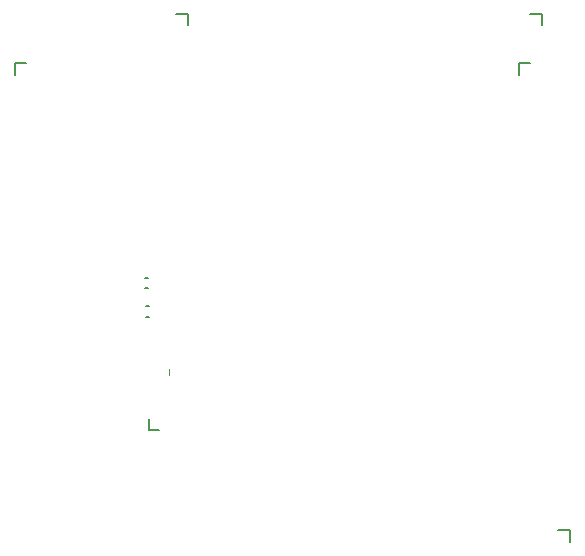
<source format=gbo>
G04*
G04 #@! TF.GenerationSoftware,Altium Limited,Altium Designer,19.1.6 (110)*
G04*
G04 Layer_Color=32896*
%FSLAX25Y25*%
%MOIN*%
G70*
G01*
G75*
%ADD11C,0.00500*%
%ADD15C,0.00400*%
D11*
X111811Y101544D02*
X115157D01*
X111811D02*
Y105118D01*
X67047Y223622D02*
X70984D01*
X67047Y219685D02*
Y223622D01*
X235039D02*
X238976D01*
X235039Y219685D02*
Y223622D01*
X124921Y236221D02*
Y240158D01*
X120984D02*
X124921D01*
X248228Y67992D02*
X252165D01*
Y64055D02*
Y67992D01*
X238976Y240158D02*
X242913D01*
Y236221D02*
Y240158D01*
X110524Y152194D02*
X111524D01*
X110524Y148594D02*
X111524D01*
X110917Y142745D02*
X111917D01*
X110917Y139145D02*
X111917D01*
D15*
X118508Y119635D02*
Y121604D01*
M02*

</source>
